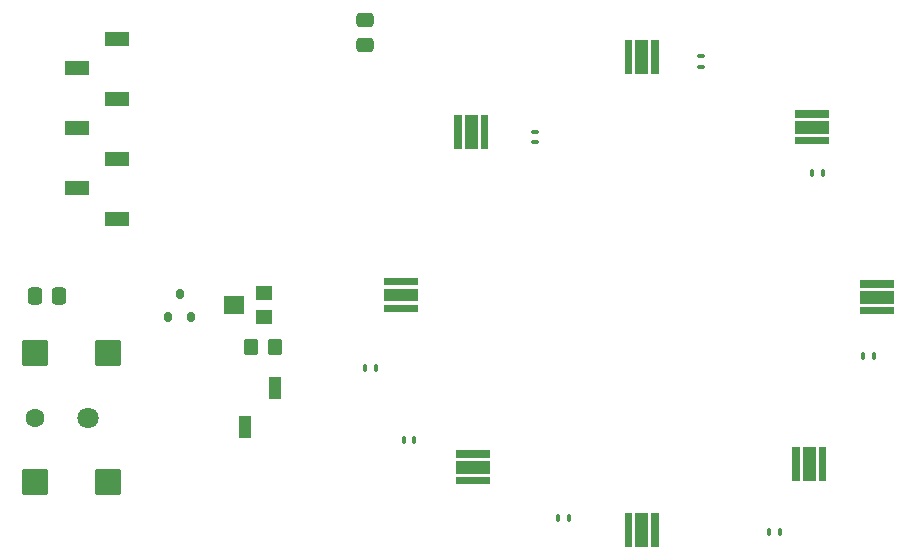
<source format=gbr>
%TF.GenerationSoftware,KiCad,Pcbnew,7.0.9*%
%TF.CreationDate,2024-01-18T23:10:00-06:00*%
%TF.ProjectId,cv_lighting_pcb,63765f6c-6967-4687-9469-6e675f706362,rev?*%
%TF.SameCoordinates,Original*%
%TF.FileFunction,Soldermask,Top*%
%TF.FilePolarity,Negative*%
%FSLAX46Y46*%
G04 Gerber Fmt 4.6, Leading zero omitted, Abs format (unit mm)*
G04 Created by KiCad (PCBNEW 7.0.9) date 2024-01-18 23:10:00*
%MOMM*%
%LPD*%
G01*
G04 APERTURE LIST*
G04 Aperture macros list*
%AMRoundRect*
0 Rectangle with rounded corners*
0 $1 Rounding radius*
0 $2 $3 $4 $5 $6 $7 $8 $9 X,Y pos of 4 corners*
0 Add a 4 corners polygon primitive as box body*
4,1,4,$2,$3,$4,$5,$6,$7,$8,$9,$2,$3,0*
0 Add four circle primitives for the rounded corners*
1,1,$1+$1,$2,$3*
1,1,$1+$1,$4,$5*
1,1,$1+$1,$6,$7*
1,1,$1+$1,$8,$9*
0 Add four rect primitives between the rounded corners*
20,1,$1+$1,$2,$3,$4,$5,0*
20,1,$1+$1,$4,$5,$6,$7,0*
20,1,$1+$1,$6,$7,$8,$9,0*
20,1,$1+$1,$8,$9,$2,$3,0*%
G04 Aperture macros list end*
%ADD10C,0.010000*%
%ADD11RoundRect,0.100000X-0.100000X-0.200000X0.100000X-0.200000X0.100000X0.200000X-0.100000X0.200000X0*%
%ADD12RoundRect,0.100000X0.200000X-0.100000X0.200000X0.100000X-0.200000X0.100000X-0.200000X-0.100000X0*%
%ADD13RoundRect,0.250000X-0.337500X-0.475000X0.337500X-0.475000X0.337500X0.475000X-0.337500X0.475000X0*%
%ADD14RoundRect,0.100000X0.100000X0.200000X-0.100000X0.200000X-0.100000X-0.200000X0.100000X-0.200000X0*%
%ADD15RoundRect,0.102000X-0.952500X0.510000X-0.952500X-0.510000X0.952500X-0.510000X0.952500X0.510000X0*%
%ADD16R,1.397000X1.193800*%
%ADD17R,1.701800X1.600200*%
%ADD18C,1.800000*%
%ADD19C,1.600000*%
%ADD20RoundRect,0.102000X-1.000000X1.000000X-1.000000X-1.000000X1.000000X-1.000000X1.000000X1.000000X0*%
%ADD21R,1.000000X1.900000*%
%ADD22RoundRect,0.250000X-0.475000X0.337500X-0.475000X-0.337500X0.475000X-0.337500X0.475000X0.337500X0*%
%ADD23RoundRect,0.250000X0.350000X0.450000X-0.350000X0.450000X-0.350000X-0.450000X0.350000X-0.450000X0*%
%ADD24RoundRect,0.150000X-0.150000X-0.250000X0.150000X-0.250000X0.150000X0.250000X-0.150000X0.250000X0*%
G04 APERTURE END LIST*
%TO.C,D4*%
D10*
X177800000Y-81228200D02*
X175000000Y-81228200D01*
X175000000Y-80678200D01*
X177800000Y-80678200D01*
X177800000Y-81228200D01*
G36*
X177800000Y-81228200D02*
G01*
X175000000Y-81228200D01*
X175000000Y-80678200D01*
X177800000Y-80678200D01*
X177800000Y-81228200D01*
G37*
X177800000Y-82578200D02*
X175000000Y-82578200D01*
X175000000Y-81578200D01*
X177800000Y-81578200D01*
X177800000Y-82578200D01*
G36*
X177800000Y-82578200D02*
G01*
X175000000Y-82578200D01*
X175000000Y-81578200D01*
X177800000Y-81578200D01*
X177800000Y-82578200D01*
G37*
X177800000Y-83478200D02*
X175000000Y-83478200D01*
X175000000Y-82928200D01*
X177800000Y-82928200D01*
X177800000Y-83478200D01*
G36*
X177800000Y-83478200D02*
G01*
X175000000Y-83478200D01*
X175000000Y-82928200D01*
X177800000Y-82928200D01*
X177800000Y-83478200D01*
G37*
%TO.C,D2*%
X157900000Y-63100000D02*
X157350000Y-63100000D01*
X157350000Y-60300000D01*
X157900000Y-60300000D01*
X157900000Y-63100000D01*
G36*
X157900000Y-63100000D02*
G01*
X157350000Y-63100000D01*
X157350000Y-60300000D01*
X157900000Y-60300000D01*
X157900000Y-63100000D01*
G37*
X157000000Y-63100000D02*
X156000000Y-63100000D01*
X156000000Y-60300000D01*
X157000000Y-60300000D01*
X157000000Y-63100000D01*
G36*
X157000000Y-63100000D02*
G01*
X156000000Y-63100000D01*
X156000000Y-60300000D01*
X157000000Y-60300000D01*
X157000000Y-63100000D01*
G37*
X155650000Y-63100000D02*
X155100000Y-63100000D01*
X155100000Y-60300000D01*
X155650000Y-60300000D01*
X155650000Y-63100000D01*
G36*
X155650000Y-63100000D02*
G01*
X155100000Y-63100000D01*
X155100000Y-60300000D01*
X155650000Y-60300000D01*
X155650000Y-63100000D01*
G37*
%TO.C,D7*%
X143640000Y-95599000D02*
X140840000Y-95599000D01*
X140840000Y-95049000D01*
X143640000Y-95049000D01*
X143640000Y-95599000D01*
G36*
X143640000Y-95599000D02*
G01*
X140840000Y-95599000D01*
X140840000Y-95049000D01*
X143640000Y-95049000D01*
X143640000Y-95599000D01*
G37*
X143640000Y-96949000D02*
X140840000Y-96949000D01*
X140840000Y-95949000D01*
X143640000Y-95949000D01*
X143640000Y-96949000D01*
G36*
X143640000Y-96949000D02*
G01*
X140840000Y-96949000D01*
X140840000Y-95949000D01*
X143640000Y-95949000D01*
X143640000Y-96949000D01*
G37*
X143640000Y-97849000D02*
X140840000Y-97849000D01*
X140840000Y-97299000D01*
X143640000Y-97299000D01*
X143640000Y-97849000D01*
G36*
X143640000Y-97849000D02*
G01*
X140840000Y-97849000D01*
X140840000Y-97299000D01*
X143640000Y-97299000D01*
X143640000Y-97849000D01*
G37*
%TO.C,D3*%
X172300000Y-66828200D02*
X169500000Y-66828200D01*
X169500000Y-66278200D01*
X172300000Y-66278200D01*
X172300000Y-66828200D01*
G36*
X172300000Y-66828200D02*
G01*
X169500000Y-66828200D01*
X169500000Y-66278200D01*
X172300000Y-66278200D01*
X172300000Y-66828200D01*
G37*
X172300000Y-68178200D02*
X169500000Y-68178200D01*
X169500000Y-67178200D01*
X172300000Y-67178200D01*
X172300000Y-68178200D01*
G36*
X172300000Y-68178200D02*
G01*
X169500000Y-68178200D01*
X169500000Y-67178200D01*
X172300000Y-67178200D01*
X172300000Y-68178200D01*
G37*
X172300000Y-69078200D02*
X169500000Y-69078200D01*
X169500000Y-68528200D01*
X172300000Y-68528200D01*
X172300000Y-69078200D01*
G36*
X172300000Y-69078200D02*
G01*
X169500000Y-69078200D01*
X169500000Y-68528200D01*
X172300000Y-68528200D01*
X172300000Y-69078200D01*
G37*
%TO.C,D1*%
X143460200Y-69442800D02*
X142910200Y-69442800D01*
X142910200Y-66642800D01*
X143460200Y-66642800D01*
X143460200Y-69442800D01*
G36*
X143460200Y-69442800D02*
G01*
X142910200Y-69442800D01*
X142910200Y-66642800D01*
X143460200Y-66642800D01*
X143460200Y-69442800D01*
G37*
X142560200Y-69442800D02*
X141560200Y-69442800D01*
X141560200Y-66642800D01*
X142560200Y-66642800D01*
X142560200Y-69442800D01*
G36*
X142560200Y-69442800D02*
G01*
X141560200Y-69442800D01*
X141560200Y-66642800D01*
X142560200Y-66642800D01*
X142560200Y-69442800D01*
G37*
X141210200Y-69442800D02*
X140660200Y-69442800D01*
X140660200Y-66642800D01*
X141210200Y-66642800D01*
X141210200Y-69442800D01*
G36*
X141210200Y-69442800D02*
G01*
X140660200Y-69442800D01*
X140660200Y-66642800D01*
X141210200Y-66642800D01*
X141210200Y-69442800D01*
G37*
%TO.C,D6*%
X155656400Y-103137500D02*
X155106400Y-103137500D01*
X155106400Y-100337500D01*
X155656400Y-100337500D01*
X155656400Y-103137500D01*
G36*
X155656400Y-103137500D02*
G01*
X155106400Y-103137500D01*
X155106400Y-100337500D01*
X155656400Y-100337500D01*
X155656400Y-103137500D01*
G37*
X157006400Y-103137500D02*
X156006400Y-103137500D01*
X156006400Y-100337500D01*
X157006400Y-100337500D01*
X157006400Y-103137500D01*
G36*
X157006400Y-103137500D02*
G01*
X156006400Y-103137500D01*
X156006400Y-100337500D01*
X157006400Y-100337500D01*
X157006400Y-103137500D01*
G37*
X157906400Y-103137500D02*
X157356400Y-103137500D01*
X157356400Y-100337500D01*
X157906400Y-100337500D01*
X157906400Y-103137500D01*
G36*
X157906400Y-103137500D02*
G01*
X157356400Y-103137500D01*
X157356400Y-100337500D01*
X157906400Y-100337500D01*
X157906400Y-103137500D01*
G37*
%TO.C,D5*%
X169828200Y-97600000D02*
X169278200Y-97600000D01*
X169278200Y-94800000D01*
X169828200Y-94800000D01*
X169828200Y-97600000D01*
G36*
X169828200Y-97600000D02*
G01*
X169278200Y-97600000D01*
X169278200Y-94800000D01*
X169828200Y-94800000D01*
X169828200Y-97600000D01*
G37*
X171178200Y-97600000D02*
X170178200Y-97600000D01*
X170178200Y-94800000D01*
X171178200Y-94800000D01*
X171178200Y-97600000D01*
G36*
X171178200Y-97600000D02*
G01*
X170178200Y-97600000D01*
X170178200Y-94800000D01*
X171178200Y-94800000D01*
X171178200Y-97600000D01*
G37*
X172078200Y-97600000D02*
X171528200Y-97600000D01*
X171528200Y-94800000D01*
X172078200Y-94800000D01*
X172078200Y-97600000D01*
G36*
X172078200Y-97600000D02*
G01*
X171528200Y-97600000D01*
X171528200Y-94800000D01*
X172078200Y-94800000D01*
X172078200Y-97600000D01*
G37*
%TO.C,D8*%
X137544000Y-81028200D02*
X134744000Y-81028200D01*
X134744000Y-80478200D01*
X137544000Y-80478200D01*
X137544000Y-81028200D01*
G36*
X137544000Y-81028200D02*
G01*
X134744000Y-81028200D01*
X134744000Y-80478200D01*
X137544000Y-80478200D01*
X137544000Y-81028200D01*
G37*
X137544000Y-82378200D02*
X134744000Y-82378200D01*
X134744000Y-81378200D01*
X137544000Y-81378200D01*
X137544000Y-82378200D01*
G36*
X137544000Y-82378200D02*
G01*
X134744000Y-82378200D01*
X134744000Y-81378200D01*
X137544000Y-81378200D01*
X137544000Y-82378200D01*
G37*
X137544000Y-83278200D02*
X134744000Y-83278200D01*
X134744000Y-82728200D01*
X137544000Y-82728200D01*
X137544000Y-83278200D01*
G36*
X137544000Y-83278200D02*
G01*
X134744000Y-83278200D01*
X134744000Y-82728200D01*
X137544000Y-82728200D01*
X137544000Y-83278200D01*
G37*
%TD*%
D11*
%TO.C,D13*%
X149450000Y-100800000D03*
X150364400Y-100800000D03*
%TD*%
D12*
%TO.C,D17*%
X147500000Y-69000000D03*
X147500000Y-68085600D03*
%TD*%
D13*
%TO.C,C1*%
X105134500Y-82042000D03*
X107209500Y-82042000D03*
%TD*%
D14*
%TO.C,D12*%
X168214400Y-102000000D03*
X167300000Y-102000000D03*
%TD*%
D11*
%TO.C,D14*%
X136385600Y-94200000D03*
X137300000Y-94200000D03*
%TD*%
D15*
%TO.C,U1*%
X112092500Y-60274500D03*
X108760500Y-62687500D03*
X112092500Y-65354500D03*
X108760500Y-67767500D03*
X112092500Y-70434500D03*
X108760500Y-72847500D03*
X112092500Y-75514500D03*
%TD*%
D16*
%TO.C,RV1*%
X124519700Y-83789651D03*
D17*
X122012700Y-82789650D03*
D16*
X124519700Y-81789649D03*
%TD*%
D14*
%TO.C,D15*%
X134014400Y-88100000D03*
X133100000Y-88100000D03*
%TD*%
D18*
%TO.C,U4*%
X109656000Y-92290000D03*
D19*
X105156000Y-92290000D03*
D20*
X105156000Y-86790000D03*
X111356000Y-86790000D03*
X105156000Y-97790000D03*
X111356000Y-97790000D03*
%TD*%
D21*
%TO.C,U2*%
X125476000Y-89790000D03*
X122936000Y-93090000D03*
%TD*%
D11*
%TO.C,D10*%
X171000000Y-71600000D03*
X171914400Y-71600000D03*
%TD*%
D12*
%TO.C,D9*%
X161600000Y-62600000D03*
X161600000Y-61685600D03*
%TD*%
D22*
%TO.C,C2*%
X133096000Y-58652500D03*
X133096000Y-60727500D03*
%TD*%
D11*
%TO.C,D11*%
X175260000Y-87122000D03*
X176174400Y-87122000D03*
%TD*%
D23*
%TO.C,R1*%
X125460000Y-86360000D03*
X123460000Y-86360000D03*
%TD*%
D24*
%TO.C,Q2*%
X118364000Y-83820000D03*
X116464000Y-83820000D03*
X117414000Y-81800000D03*
%TD*%
M02*

</source>
